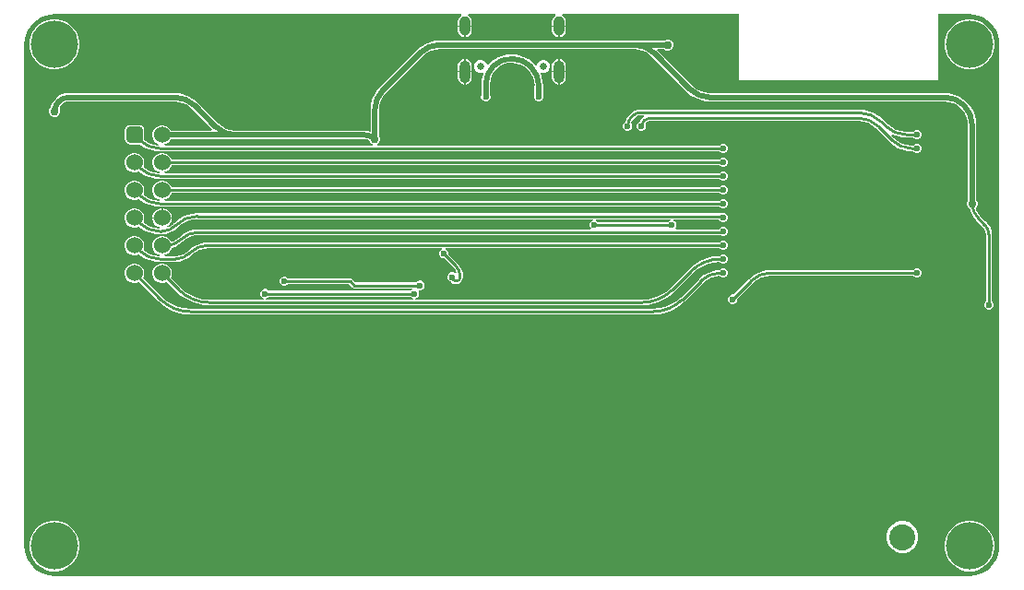
<source format=gbl>
G04*
G04 #@! TF.GenerationSoftware,Altium Limited,Altium Designer,23.9.2 (47)*
G04*
G04 Layer_Physical_Order=2*
G04 Layer_Color=16711680*
%FSLAX44Y44*%
%MOMM*%
G71*
G04*
G04 #@! TF.SameCoordinates,62824387-D865-4AF8-97CC-6DA101F7C082*
G04*
G04*
G04 #@! TF.FilePolarity,Positive*
G04*
G01*
G75*
%ADD14C,0.2540*%
%ADD63C,0.5080*%
G04:AMPARAMS|DCode=70|XSize=1.524mm|YSize=1.524mm|CornerRadius=0.381mm|HoleSize=0mm|Usage=FLASHONLY|Rotation=270.000|XOffset=0mm|YOffset=0mm|HoleType=Round|Shape=RoundedRectangle|*
%AMROUNDEDRECTD70*
21,1,1.5240,0.7620,0,0,270.0*
21,1,0.7620,1.5240,0,0,270.0*
1,1,0.7620,-0.3810,-0.3810*
1,1,0.7620,-0.3810,0.3810*
1,1,0.7620,0.3810,0.3810*
1,1,0.7620,0.3810,-0.3810*
%
%ADD70ROUNDEDRECTD70*%
%ADD71C,1.5240*%
%ADD72C,0.6500*%
%ADD73O,1.0000X1.8000*%
%ADD74O,1.0000X2.1000*%
%ADD75C,2.3900*%
%ADD76C,0.6000*%
%ADD77C,0.7112*%
%ADD78C,0.7620*%
%ADD79C,4.3500*%
G36*
X-25711Y518124D02*
X-21528Y517120D01*
X-17553Y515473D01*
X-13884Y513225D01*
X-10613Y510431D01*
X-7819Y507160D01*
X-5571Y503491D01*
X-3924Y499516D01*
X-2920Y495333D01*
X-2585Y491070D01*
X-2590Y491044D01*
Y30000D01*
X-2585Y29974D01*
X-2920Y25711D01*
X-3924Y21528D01*
X-5571Y17553D01*
X-7819Y13884D01*
X-10613Y10613D01*
X-13884Y7819D01*
X-17553Y5571D01*
X-21528Y3924D01*
X-25711Y2920D01*
X-29974Y2585D01*
X-30000Y2590D01*
X-870000D01*
X-870026Y2585D01*
X-874289Y2920D01*
X-878473Y3924D01*
X-882447Y5571D01*
X-886116Y7819D01*
X-889387Y10613D01*
X-892181Y13884D01*
X-894429Y17553D01*
X-896076Y21528D01*
X-897080Y25711D01*
X-897415Y29974D01*
X-897410Y30000D01*
Y491044D01*
X-897415Y491070D01*
X-897080Y495333D01*
X-896076Y499516D01*
X-894429Y503491D01*
X-892181Y507160D01*
X-889387Y510431D01*
X-886116Y513225D01*
X-882447Y515473D01*
X-878473Y517120D01*
X-874289Y518124D01*
X-870026Y518460D01*
X-870000Y518454D01*
X-496471D01*
X-496086Y517184D01*
X-497720Y516092D01*
X-499106Y514018D01*
X-499592Y511572D01*
Y508207D01*
X-493200D01*
X-486807D01*
Y511572D01*
X-487293Y514018D01*
X-488679Y516092D01*
X-490313Y517184D01*
X-489928Y518454D01*
X-410071D01*
X-409686Y517184D01*
X-411319Y516093D01*
X-412705Y514019D01*
X-413192Y511572D01*
Y508207D01*
X-406799D01*
X-400406D01*
Y511572D01*
X-400893Y514019D01*
X-402278Y516093D01*
X-403912Y517184D01*
X-403527Y518454D01*
X-241375D01*
Y459024D01*
X-240972Y458052D01*
X-240000Y457649D01*
X-60000D01*
X-59028Y458052D01*
X-58625Y459024D01*
Y518454D01*
X-30000D01*
X-29974Y518460D01*
X-25711Y518124D01*
D02*
G37*
%LPC*%
G36*
X-407434Y506937D02*
X-413192D01*
Y503572D01*
X-412705Y501126D01*
X-411319Y499052D01*
X-409245Y497666D01*
X-407434Y497306D01*
Y506937D01*
D02*
G37*
G36*
X-400406D02*
X-406164D01*
Y497306D01*
X-404352Y497666D01*
X-402278Y499052D01*
X-400893Y501126D01*
X-400406Y503572D01*
Y506937D01*
D02*
G37*
G36*
X-493834Y506937D02*
X-499592D01*
Y503572D01*
X-499106Y501125D01*
X-497720Y499051D01*
X-495646Y497666D01*
X-493834Y497305D01*
Y506937D01*
D02*
G37*
G36*
X-486807D02*
X-492565D01*
Y497305D01*
X-490753Y497666D01*
X-488679Y499051D01*
X-487293Y501125D01*
X-486807Y503572D01*
Y506937D01*
D02*
G37*
G36*
X-305900Y495426D02*
X-307920D01*
X-309788Y494653D01*
X-310082Y494359D01*
X-337552D01*
X-337751Y494374D01*
Y494359D01*
X-516099D01*
Y494374D01*
X-520683Y494014D01*
X-525153Y492940D01*
X-529401Y491181D01*
X-533321Y488778D01*
X-536817Y485792D01*
X-536806Y485781D01*
X-536806Y485781D01*
X-571021Y451567D01*
X-571032Y451578D01*
X-574018Y448082D01*
X-576420Y444162D01*
X-578179Y439914D01*
X-579253Y435443D01*
X-579613Y430860D01*
X-579598D01*
Y411621D01*
X-580618Y410864D01*
X-581826Y411231D01*
X-585204Y411563D01*
Y411555D01*
X-704328D01*
X-708012Y411917D01*
X-712058Y413145D01*
X-715787Y415138D01*
X-718921Y417710D01*
X-719019Y417856D01*
X-738684Y437521D01*
X-738673Y437532D01*
X-742169Y440518D01*
X-746089Y442921D01*
X-750337Y444680D01*
X-754808Y445754D01*
X-759391Y446114D01*
Y446099D01*
X-856820D01*
Y446104D01*
X-860057Y445785D01*
X-863169Y444841D01*
X-866037Y443308D01*
X-868551Y441245D01*
X-870614Y438731D01*
X-872147Y435863D01*
X-872927Y433291D01*
X-873827Y432392D01*
X-874600Y430524D01*
Y428503D01*
X-873827Y426636D01*
X-872398Y425207D01*
X-870530Y424434D01*
X-868510D01*
X-866642Y425207D01*
X-865213Y426636D01*
X-864440Y428503D01*
Y430524D01*
X-865163Y432271D01*
X-864474Y433933D01*
X-863070Y435764D01*
X-861239Y437169D01*
X-859108Y438051D01*
X-856890Y438343D01*
X-856820Y438329D01*
X-759391D01*
X-759218Y438364D01*
X-755184Y437966D01*
X-751138Y436739D01*
X-747409Y434746D01*
X-744276Y432174D01*
X-744177Y432028D01*
X-724974Y412825D01*
X-725500Y411555D01*
X-762961D01*
X-763869Y413129D01*
X-765525Y414784D01*
X-767552Y415954D01*
X-769813Y416560D01*
X-772153D01*
X-774415Y415954D01*
X-776442Y414784D01*
X-778097Y413129D01*
X-779267Y411101D01*
X-779873Y408840D01*
Y406500D01*
X-779267Y404239D01*
X-778097Y402211D01*
X-776442Y400556D01*
X-774751Y399580D01*
X-774297Y398187D01*
X-774555Y397901D01*
X-774681Y397906D01*
X-777872Y398220D01*
X-782158Y399520D01*
X-786107Y401631D01*
X-787594Y402851D01*
X-787394Y403860D01*
Y411480D01*
X-787788Y413462D01*
X-788911Y415142D01*
X-790591Y416265D01*
X-792573Y416660D01*
X-800193D01*
X-802175Y416265D01*
X-803856Y415142D01*
X-804978Y413462D01*
X-805373Y411480D01*
Y403860D01*
X-804978Y401878D01*
X-803856Y400197D01*
X-802175Y399075D01*
X-800193Y398680D01*
X-792573D01*
X-791090Y398975D01*
X-789890Y397950D01*
X-786140Y395652D01*
X-782077Y393969D01*
X-777800Y392943D01*
X-774636Y392694D01*
X-773438Y392599D01*
X-773410Y392579D01*
X-773410Y392579D01*
X-773393Y392582D01*
X-773342Y392634D01*
X-259559D01*
X-258529Y391604D01*
X-256959Y390954D01*
X-255261D01*
X-253691Y391604D01*
X-252490Y392805D01*
X-251840Y394375D01*
Y396073D01*
X-252490Y397643D01*
X-253691Y398844D01*
X-255261Y399494D01*
X-256959D01*
X-258529Y398844D01*
X-259559Y397814D01*
X-573423D01*
X-573676Y399084D01*
X-572836Y399432D01*
X-571407Y400861D01*
X-570633Y402728D01*
Y404749D01*
X-571407Y406616D01*
X-571828Y407038D01*
Y430860D01*
X-571863Y431033D01*
X-571466Y435067D01*
X-570238Y439113D01*
X-568245Y442842D01*
X-565674Y445975D01*
X-565527Y446073D01*
X-531313Y480288D01*
X-531214Y480434D01*
X-528081Y483006D01*
X-524352Y484999D01*
X-520307Y486227D01*
X-516272Y486624D01*
X-516099Y486589D01*
X-337228D01*
X-333544Y486227D01*
X-329498Y484999D01*
X-325769Y483006D01*
X-322635Y480434D01*
X-322537Y480288D01*
X-289156Y446907D01*
X-289167Y446896D01*
X-285671Y443910D01*
X-281751Y441507D01*
X-277503Y439748D01*
X-273033Y438674D01*
X-268449Y438314D01*
Y438329D01*
X-52910D01*
X-52737Y438364D01*
X-48703Y437966D01*
X-44657Y436739D01*
X-40928Y434746D01*
X-37660Y432064D01*
X-34978Y428796D01*
X-32985Y425067D01*
X-31758Y421021D01*
X-31360Y416987D01*
X-31395Y416814D01*
Y347724D01*
X-31817Y347302D01*
X-32590Y345434D01*
Y343414D01*
X-31817Y341546D01*
X-30388Y340117D01*
X-29585Y339785D01*
X-28550Y336373D01*
X-26606Y332736D01*
X-23990Y329548D01*
X-23953Y329585D01*
X-17909Y323541D01*
X-17879Y323521D01*
X-16245Y321391D01*
X-15203Y318875D01*
X-14852Y316212D01*
X-14860Y316176D01*
Y255163D01*
X-15890Y254133D01*
X-16540Y252563D01*
Y250865D01*
X-15890Y249295D01*
X-14689Y248094D01*
X-13119Y247444D01*
X-11421D01*
X-9851Y248094D01*
X-8650Y249295D01*
X-8000Y250865D01*
Y252563D01*
X-8650Y254133D01*
X-9680Y255163D01*
Y316176D01*
X-9655D01*
X-9955Y319224D01*
X-10844Y322155D01*
X-12288Y324856D01*
X-13446Y326268D01*
X-14228Y327220D01*
X-14231Y327223D01*
X-14249Y327205D01*
X-15144Y328101D01*
X-20291Y333247D01*
X-20290Y333248D01*
X-22255Y335643D01*
X-23716Y338376D01*
X-24335Y340415D01*
X-23203Y341546D01*
X-22430Y343414D01*
Y345434D01*
X-23203Y347302D01*
X-23625Y347724D01*
Y416814D01*
X-23610D01*
X-23970Y421398D01*
X-25044Y425868D01*
X-26803Y430116D01*
X-29206Y434036D01*
X-32192Y437532D01*
X-35688Y440518D01*
X-39608Y442921D01*
X-43856Y444680D01*
X-48326Y445754D01*
X-52910Y446114D01*
Y446099D01*
X-268449D01*
X-268622Y446064D01*
X-272656Y446461D01*
X-276702Y447689D01*
X-280431Y449682D01*
X-283564Y452253D01*
X-283663Y452400D01*
X-316582Y485319D01*
X-316056Y486589D01*
X-310337D01*
X-309788Y486040D01*
X-307920Y485266D01*
X-305900D01*
X-304032Y486040D01*
X-302603Y487469D01*
X-301830Y489336D01*
Y491357D01*
X-302603Y493224D01*
X-304032Y494653D01*
X-305900Y495426D01*
D02*
G37*
G36*
X-450420Y481674D02*
Y481669D01*
X-454718Y481330D01*
X-458910Y480324D01*
X-462893Y478674D01*
X-466569Y476422D01*
X-469847Y473622D01*
X-471840Y471288D01*
X-473110Y471757D01*
Y471924D01*
X-473992Y474053D01*
X-475620Y475681D01*
X-477749Y476563D01*
X-480052D01*
X-482180Y475681D01*
X-483809Y474053D01*
X-484690Y471924D01*
Y469621D01*
X-483809Y467493D01*
X-482180Y465864D01*
X-480052Y464983D01*
X-477749D01*
X-476811Y465371D01*
X-475839Y464399D01*
X-476550Y462684D01*
X-477556Y458492D01*
X-477894Y454194D01*
X-477884D01*
Y444269D01*
X-478270Y443339D01*
Y441640D01*
X-477620Y440070D01*
X-476418Y438869D01*
X-474849Y438219D01*
X-473150D01*
X-471581Y438869D01*
X-470380Y440070D01*
X-469730Y441640D01*
Y443339D01*
X-470115Y444269D01*
Y454194D01*
X-470144Y454338D01*
X-469778Y458045D01*
X-468655Y461748D01*
X-466831Y465160D01*
X-464377Y468151D01*
X-461386Y470606D01*
X-457973Y472430D01*
X-454271Y473553D01*
X-450564Y473918D01*
X-450420Y473889D01*
X-450251Y473923D01*
X-446263Y473530D01*
X-442266Y472318D01*
X-438583Y470349D01*
X-435354Y467699D01*
X-432704Y464470D01*
X-430735Y460787D01*
X-429523Y456790D01*
X-429130Y452802D01*
X-429164Y452633D01*
Y444269D01*
X-429549Y443339D01*
Y441640D01*
X-428899Y440071D01*
X-427698Y438869D01*
X-426128Y438219D01*
X-424430D01*
X-422860Y438869D01*
X-421659Y440071D01*
X-421009Y441640D01*
Y443339D01*
X-421394Y444269D01*
Y452633D01*
X-421379D01*
X-421737Y457176D01*
X-422801Y461607D01*
X-423910Y464285D01*
X-422938Y465257D01*
X-422252Y464973D01*
X-419948D01*
X-417820Y465854D01*
X-416191Y467483D01*
X-415310Y469611D01*
Y471914D01*
X-416191Y474042D01*
X-417820Y475671D01*
X-419948Y476553D01*
X-422252D01*
X-424380Y475671D01*
X-426008Y474042D01*
X-426890Y471914D01*
Y471616D01*
X-428160Y471148D01*
X-429885Y473168D01*
X-433350Y476127D01*
X-437236Y478508D01*
X-441446Y480252D01*
X-445877Y481316D01*
X-450420Y481674D01*
D02*
G37*
G36*
X-27733Y514064D02*
X-32267D01*
X-36715Y513179D01*
X-40904Y511444D01*
X-44674Y508925D01*
X-47881Y505718D01*
X-50400Y501948D01*
X-52135Y497759D01*
X-53020Y493311D01*
Y488777D01*
X-52135Y484329D01*
X-50400Y480140D01*
X-47881Y476370D01*
X-44674Y473163D01*
X-40904Y470644D01*
X-36715Y468909D01*
X-32267Y468024D01*
X-27733D01*
X-23285Y468909D01*
X-19096Y470644D01*
X-15326Y473163D01*
X-12119Y476370D01*
X-9600Y480140D01*
X-7865Y484329D01*
X-6980Y488777D01*
Y493311D01*
X-7865Y497759D01*
X-9600Y501948D01*
X-12119Y505718D01*
X-15326Y508925D01*
X-19096Y511444D01*
X-23285Y513179D01*
X-27733Y514064D01*
D02*
G37*
G36*
X-867733D02*
X-872267D01*
X-876715Y513179D01*
X-880904Y511444D01*
X-884674Y508925D01*
X-887881Y505718D01*
X-890400Y501948D01*
X-892135Y497759D01*
X-893020Y493311D01*
Y488777D01*
X-892135Y484329D01*
X-890400Y480140D01*
X-887881Y476370D01*
X-884674Y473163D01*
X-880904Y470644D01*
X-876715Y468909D01*
X-872267Y468024D01*
X-867733D01*
X-863285Y468909D01*
X-859096Y470644D01*
X-855326Y473163D01*
X-852119Y476370D01*
X-849600Y480140D01*
X-847865Y484329D01*
X-846980Y488777D01*
Y493311D01*
X-847865Y497759D01*
X-849600Y501948D01*
X-852119Y505718D01*
X-855326Y508925D01*
X-859096Y511444D01*
X-863285Y513179D01*
X-867733Y514064D01*
D02*
G37*
G36*
X-406165Y477540D02*
Y466409D01*
X-400407D01*
Y471274D01*
X-400894Y473720D01*
X-402280Y475794D01*
X-404354Y477180D01*
X-406165Y477540D01*
D02*
G37*
G36*
X-407435Y477540D02*
X-409247Y477180D01*
X-411321Y475794D01*
X-412706Y473720D01*
X-413193Y471274D01*
Y466409D01*
X-407435D01*
Y477540D01*
D02*
G37*
G36*
X-492566Y477540D02*
Y466408D01*
X-486808D01*
Y471273D01*
X-487295Y473720D01*
X-488681Y475794D01*
X-490755Y477179D01*
X-492566Y477540D01*
D02*
G37*
G36*
X-493836Y477540D02*
X-495647Y477179D01*
X-497721Y475794D01*
X-499107Y473720D01*
X-499594Y471273D01*
Y466408D01*
X-493836D01*
Y477540D01*
D02*
G37*
G36*
X-400407Y465139D02*
X-406165D01*
Y454007D01*
X-404354Y454368D01*
X-402280Y455753D01*
X-400894Y457827D01*
X-400407Y460274D01*
Y465139D01*
D02*
G37*
G36*
X-407435D02*
X-413193D01*
Y460274D01*
X-412706Y457827D01*
X-411321Y455753D01*
X-409247Y454368D01*
X-407435Y454007D01*
Y465139D01*
D02*
G37*
G36*
X-486808Y465138D02*
X-492566D01*
Y454007D01*
X-490755Y454367D01*
X-488681Y455753D01*
X-487295Y457827D01*
X-486808Y460273D01*
Y465138D01*
D02*
G37*
G36*
X-493836D02*
X-499594D01*
Y460273D01*
X-499107Y457827D01*
X-497721Y455753D01*
X-495647Y454367D01*
X-493836Y454007D01*
Y465138D01*
D02*
G37*
G36*
X-132011Y430886D02*
Y430834D01*
X-331040D01*
Y430858D01*
X-334028Y430564D01*
X-336900Y429692D01*
X-339548Y428277D01*
X-341869Y426372D01*
X-343773Y424052D01*
X-345188Y421404D01*
X-345826Y419302D01*
X-346159Y419164D01*
X-347360Y417963D01*
X-348010Y416393D01*
Y414695D01*
X-347360Y413125D01*
X-346159Y411924D01*
X-344589Y411274D01*
X-342891D01*
X-341321Y411924D01*
X-340120Y413125D01*
X-339470Y414695D01*
Y416393D01*
X-340120Y417963D01*
X-340670Y418513D01*
X-339804Y420604D01*
X-338196Y422700D01*
X-336100Y424308D01*
X-333659Y425319D01*
X-331068Y425660D01*
X-331040Y425654D01*
X-328917D01*
X-328577Y424510D01*
X-328589Y424384D01*
X-330666Y422790D01*
X-332295Y420668D01*
X-332806Y419434D01*
X-333459Y419164D01*
X-334660Y417963D01*
X-335310Y416393D01*
Y414695D01*
X-334660Y413125D01*
X-333459Y411924D01*
X-331889Y411274D01*
X-330191D01*
X-328621Y411924D01*
X-327420Y413125D01*
X-326770Y414695D01*
Y416393D01*
X-327420Y417963D01*
X-327504Y418046D01*
X-326936Y419152D01*
X-325353Y420210D01*
X-323470Y420584D01*
X-323420Y420574D01*
X-132011D01*
X-131901Y420596D01*
X-127555Y420168D01*
X-123269Y418868D01*
X-119320Y416757D01*
X-115944Y413987D01*
X-115882Y413893D01*
X-102821Y400832D01*
X-102847Y400806D01*
X-99502Y397950D01*
X-95753Y395652D01*
X-91690Y393969D01*
X-87413Y392943D01*
X-83029Y392598D01*
Y392634D01*
X-81759D01*
X-80729Y391604D01*
X-79159Y390954D01*
X-77461D01*
X-75891Y391604D01*
X-74690Y392805D01*
X-74040Y394375D01*
Y396073D01*
X-74690Y397643D01*
X-75891Y398844D01*
X-77461Y399494D01*
X-79159D01*
X-80729Y398844D01*
X-81759Y397814D01*
X-83029D01*
X-83139Y397792D01*
X-87485Y398220D01*
X-91771Y399520D01*
X-95720Y401631D01*
X-99096Y404401D01*
X-99158Y404495D01*
X-101934Y407271D01*
X-101269Y408352D01*
X-97205Y406669D01*
X-92929Y405643D01*
X-88545Y405298D01*
Y405334D01*
X-81759D01*
X-80729Y404304D01*
X-79159Y403654D01*
X-77461D01*
X-75891Y404304D01*
X-74690Y405505D01*
X-74040Y407075D01*
Y408773D01*
X-74690Y410343D01*
X-75891Y411544D01*
X-77461Y412194D01*
X-79159D01*
X-80729Y411544D01*
X-81759Y410514D01*
X-88545D01*
X-88655Y410492D01*
X-93001Y410920D01*
X-97286Y412220D01*
X-101236Y414331D01*
X-104612Y417101D01*
X-104674Y417195D01*
X-108627Y421148D01*
X-108590Y421185D01*
X-112542Y424560D01*
X-116974Y427276D01*
X-121776Y429265D01*
X-126830Y430478D01*
X-132011Y430886D01*
D02*
G37*
G36*
X-769813Y391160D02*
X-772153D01*
X-774415Y390554D01*
X-776442Y389384D01*
X-778097Y387729D01*
X-779267Y385701D01*
X-779873Y383440D01*
Y381100D01*
X-779267Y378839D01*
X-778097Y376811D01*
X-776442Y375156D01*
X-774415Y373986D01*
X-773287Y373684D01*
X-773416Y372414D01*
X-773526Y372392D01*
X-777872Y372820D01*
X-782158Y374120D01*
X-786107Y376231D01*
X-788480Y378178D01*
X-788099Y378839D01*
X-787493Y381100D01*
Y383440D01*
X-788099Y385701D01*
X-789269Y387729D01*
X-790925Y389384D01*
X-792952Y390554D01*
X-795213Y391160D01*
X-797553D01*
X-799815Y390554D01*
X-801842Y389384D01*
X-803497Y387729D01*
X-804667Y385701D01*
X-805273Y383440D01*
Y381100D01*
X-804667Y378839D01*
X-803497Y376811D01*
X-801842Y375156D01*
X-799815Y373986D01*
X-797553Y373380D01*
X-795213D01*
X-792952Y373986D01*
X-792128Y374462D01*
X-789890Y372550D01*
X-786140Y370252D01*
X-782077Y368569D01*
X-777800Y367543D01*
X-773416Y367198D01*
Y367234D01*
X-259559D01*
X-258529Y366204D01*
X-256959Y365554D01*
X-255261D01*
X-253691Y366204D01*
X-252490Y367405D01*
X-251840Y368975D01*
Y370673D01*
X-252490Y372243D01*
X-253691Y373444D01*
X-255261Y374094D01*
X-256959D01*
X-258529Y373444D01*
X-259559Y372414D01*
X-768512D01*
X-768679Y373684D01*
X-767552Y373986D01*
X-765525Y375156D01*
X-763869Y376811D01*
X-762699Y378839D01*
X-762473Y379680D01*
X-259305D01*
X-258529Y378904D01*
X-256959Y378254D01*
X-255261D01*
X-253691Y378904D01*
X-252490Y380105D01*
X-251840Y381675D01*
Y383373D01*
X-252490Y384943D01*
X-253691Y386144D01*
X-255261Y386794D01*
X-256959D01*
X-258529Y386144D01*
X-259730Y384943D01*
X-259764Y384860D01*
X-762473D01*
X-762699Y385701D01*
X-763869Y387729D01*
X-765525Y389384D01*
X-767552Y390554D01*
X-769813Y391160D01*
D02*
G37*
G36*
Y365760D02*
X-772153D01*
X-774415Y365154D01*
X-776442Y363984D01*
X-778097Y362328D01*
X-779267Y360301D01*
X-779873Y358040D01*
Y355700D01*
X-779267Y353438D01*
X-778097Y351411D01*
X-776442Y349756D01*
X-774415Y348586D01*
X-773287Y348284D01*
X-773416Y347014D01*
X-773526Y346992D01*
X-777873Y347420D01*
X-782158Y348720D01*
X-786107Y350831D01*
X-788480Y352778D01*
X-788099Y353438D01*
X-787493Y355700D01*
Y358040D01*
X-788099Y360301D01*
X-789269Y362328D01*
X-790925Y363984D01*
X-792952Y365154D01*
X-795213Y365760D01*
X-797553D01*
X-799815Y365154D01*
X-801842Y363984D01*
X-803497Y362328D01*
X-804667Y360301D01*
X-805273Y358040D01*
Y355700D01*
X-804667Y353438D01*
X-803497Y351411D01*
X-801842Y349756D01*
X-799815Y348586D01*
X-797553Y347980D01*
X-795213D01*
X-792952Y348586D01*
X-792128Y349062D01*
X-789890Y347150D01*
X-786140Y344852D01*
X-782077Y343169D01*
X-777800Y342143D01*
X-773416Y341798D01*
Y341834D01*
X-259559D01*
X-258529Y340804D01*
X-256959Y340154D01*
X-255261D01*
X-253691Y340804D01*
X-252490Y342005D01*
X-251840Y343575D01*
Y345273D01*
X-252490Y346843D01*
X-253691Y348044D01*
X-255261Y348694D01*
X-256959D01*
X-258529Y348044D01*
X-259559Y347014D01*
X-768512D01*
X-768679Y348284D01*
X-767552Y348586D01*
X-765525Y349756D01*
X-763869Y351411D01*
X-762699Y353438D01*
X-762473Y354280D01*
X-259305D01*
X-258529Y353504D01*
X-256959Y352854D01*
X-255261D01*
X-253691Y353504D01*
X-252490Y354705D01*
X-251840Y356275D01*
Y357973D01*
X-252490Y359543D01*
X-253691Y360744D01*
X-255261Y361394D01*
X-256959D01*
X-258529Y360744D01*
X-259730Y359543D01*
X-259764Y359460D01*
X-762473D01*
X-762699Y360301D01*
X-763869Y362328D01*
X-765525Y363984D01*
X-767552Y365154D01*
X-769813Y365760D01*
D02*
G37*
G36*
Y340360D02*
X-770348D01*
Y332105D01*
X-762093D01*
Y332640D01*
X-762699Y334901D01*
X-763869Y336928D01*
X-765525Y338584D01*
X-767552Y339754D01*
X-769813Y340360D01*
D02*
G37*
G36*
X-771618D02*
X-772153D01*
X-774415Y339754D01*
X-776442Y338584D01*
X-778097Y336928D01*
X-779267Y334901D01*
X-779873Y332640D01*
Y332105D01*
X-771618D01*
Y340360D01*
D02*
G37*
G36*
X-795213D02*
X-797553D01*
X-799815Y339754D01*
X-801842Y338584D01*
X-803497Y336928D01*
X-804667Y334901D01*
X-805273Y332640D01*
Y330300D01*
X-804667Y328038D01*
X-803497Y326011D01*
X-801842Y324356D01*
X-799815Y323186D01*
X-797553Y322580D01*
X-795213D01*
X-792952Y323186D01*
X-792128Y323662D01*
X-789890Y321750D01*
X-786140Y319452D01*
X-782077Y317769D01*
X-777800Y316743D01*
X-773416Y316398D01*
Y316434D01*
X-771294D01*
Y316388D01*
X-767396Y316772D01*
X-763648Y317909D01*
X-760194Y319755D01*
X-757166Y322240D01*
X-757166Y322240D01*
X-756336Y323185D01*
X-752701Y326168D01*
X-748309Y328516D01*
X-743544Y329961D01*
X-738740Y330434D01*
X-738589Y330404D01*
X-375786D01*
X-375533Y329134D01*
X-376668Y328664D01*
X-377869Y327463D01*
X-378519Y325894D01*
Y324195D01*
X-377869Y322625D01*
X-377338Y322094D01*
X-377864Y320824D01*
X-737461D01*
Y320899D01*
X-742530Y320400D01*
X-747404Y318921D01*
X-751897Y316520D01*
X-755835Y313288D01*
Y313289D01*
X-755839Y313190D01*
X-758150Y311294D01*
X-760850Y309851D01*
X-762453Y309365D01*
X-762699Y309501D01*
X-763869Y311528D01*
X-765525Y313184D01*
X-767552Y314354D01*
X-769813Y314960D01*
X-772153D01*
X-774415Y314354D01*
X-776442Y313184D01*
X-778097Y311528D01*
X-779267Y309501D01*
X-779873Y307240D01*
Y304900D01*
X-779267Y302638D01*
X-778097Y300611D01*
X-776442Y298956D01*
X-774415Y297786D01*
X-773287Y297484D01*
X-773416Y296214D01*
X-773526Y296192D01*
X-777872Y296620D01*
X-782158Y297920D01*
X-786107Y300031D01*
X-788480Y301978D01*
X-788099Y302638D01*
X-787493Y304900D01*
Y307240D01*
X-788099Y309501D01*
X-789269Y311528D01*
X-790925Y313184D01*
X-792952Y314354D01*
X-795213Y314960D01*
X-797553D01*
X-799815Y314354D01*
X-801842Y313184D01*
X-803497Y311528D01*
X-804667Y309501D01*
X-805273Y307240D01*
Y304900D01*
X-804667Y302638D01*
X-803497Y300611D01*
X-801842Y298956D01*
X-799815Y297786D01*
X-797553Y297180D01*
X-795213D01*
X-792952Y297786D01*
X-792128Y298262D01*
X-789890Y296350D01*
X-786140Y294052D01*
X-782077Y292369D01*
X-777800Y291343D01*
X-773416Y290998D01*
Y291034D01*
X-758594D01*
Y290988D01*
X-754696Y291372D01*
X-750948Y292509D01*
X-747494Y294355D01*
X-744466Y296840D01*
X-744466Y296840D01*
X-743560Y297718D01*
X-740880Y299917D01*
X-736931Y302028D01*
X-732645Y303328D01*
X-728299Y303756D01*
X-728189Y303734D01*
X-514232D01*
X-513980Y302464D01*
X-514863Y302099D01*
X-516064Y300897D01*
X-516714Y299328D01*
Y297629D01*
X-516064Y296060D01*
X-514863Y294859D01*
X-513293Y294209D01*
X-511836D01*
X-503718Y286090D01*
X-503637Y286036D01*
X-501673Y283477D01*
X-500707Y281146D01*
X-500883Y280802D01*
X-502435Y280558D01*
X-502611Y280734D01*
X-504181Y281384D01*
X-505879D01*
X-507449Y280734D01*
X-508650Y279533D01*
X-509300Y277963D01*
Y276265D01*
X-508650Y274695D01*
X-507449Y273494D01*
X-506052Y272915D01*
X-505798Y272536D01*
X-503698Y271132D01*
X-501220Y270640D01*
X-498742Y271132D01*
X-496642Y272536D01*
X-495238Y274636D01*
X-494746Y277114D01*
X-494784D01*
X-495128Y280608D01*
X-496147Y283968D01*
X-497802Y287065D01*
X-500030Y289779D01*
X-500055Y289753D01*
X-500056Y289753D01*
X-508174Y297871D01*
Y299328D01*
X-508824Y300897D01*
X-510025Y302099D01*
X-510908Y302464D01*
X-510655Y303734D01*
X-259559D01*
X-258529Y302704D01*
X-256959Y302054D01*
X-255261D01*
X-253691Y302704D01*
X-252490Y303905D01*
X-251840Y305475D01*
Y307173D01*
X-252490Y308743D01*
X-253691Y309944D01*
X-255261Y310594D01*
X-256959D01*
X-258529Y309944D01*
X-259559Y308914D01*
X-728189D01*
Y308950D01*
X-732573Y308605D01*
X-736850Y307579D01*
X-740913Y305896D01*
X-744662Y303598D01*
X-748007Y300742D01*
X-748007Y300742D01*
X-748923Y299889D01*
X-751192Y298148D01*
X-754763Y296669D01*
X-758445Y296184D01*
X-758594Y296214D01*
X-768512D01*
X-768679Y297484D01*
X-767552Y297786D01*
X-765525Y298956D01*
X-763869Y300611D01*
X-762699Y302638D01*
X-762346Y303956D01*
X-758848Y305017D01*
X-755243Y306944D01*
X-752083Y309537D01*
X-752083Y309537D01*
X-751164Y310385D01*
X-748990Y312170D01*
X-745402Y314087D01*
X-741509Y315268D01*
X-737537Y315660D01*
X-737461Y315644D01*
X-258769D01*
X-258529Y315404D01*
X-256959Y314754D01*
X-255261D01*
X-253691Y315404D01*
X-252490Y316605D01*
X-251840Y318175D01*
Y319873D01*
X-252490Y321443D01*
X-253691Y322644D01*
X-255261Y323294D01*
X-256959D01*
X-258529Y322644D01*
X-259730Y321443D01*
X-259986Y320824D01*
X-299515D01*
X-300041Y322094D01*
X-299510Y322625D01*
X-298859Y324195D01*
Y325894D01*
X-299510Y327463D01*
X-300711Y328664D01*
X-301846Y329134D01*
X-301593Y330404D01*
X-260185D01*
X-259730Y329305D01*
X-258529Y328104D01*
X-256959Y327454D01*
X-255261D01*
X-253691Y328104D01*
X-252490Y329305D01*
X-251840Y330875D01*
Y332573D01*
X-252490Y334143D01*
X-253691Y335344D01*
X-255261Y335994D01*
X-256959D01*
X-257950Y335584D01*
X-738589D01*
Y335628D01*
X-743372Y335252D01*
X-748038Y334132D01*
X-752472Y332295D01*
X-756563Y329788D01*
X-760003Y326850D01*
X-760212Y326671D01*
X-760861Y325935D01*
X-761805Y325149D01*
X-763892Y323548D01*
X-765636Y322826D01*
X-766198Y323967D01*
X-765525Y324356D01*
X-763869Y326011D01*
X-762699Y328038D01*
X-762093Y330300D01*
Y330835D01*
X-770983D01*
X-779873D01*
Y330300D01*
X-779267Y328038D01*
X-778097Y326011D01*
X-776442Y324356D01*
X-774415Y323186D01*
X-773287Y322884D01*
X-773416Y321614D01*
X-773526Y321592D01*
X-777872Y322020D01*
X-782158Y323320D01*
X-786107Y325431D01*
X-788480Y327378D01*
X-788099Y328038D01*
X-787493Y330300D01*
Y332640D01*
X-788099Y334901D01*
X-789269Y336928D01*
X-790925Y338584D01*
X-792952Y339754D01*
X-795213Y340360D01*
D02*
G37*
G36*
X-255261Y297894D02*
X-256959D01*
X-258529Y297244D01*
X-259557Y296216D01*
X-264994Y295788D01*
X-271214Y294294D01*
X-277124Y291847D01*
X-282578Y288504D01*
X-287442Y284350D01*
X-287388Y284296D01*
X-304350Y267335D01*
X-304429Y267217D01*
X-308808Y263476D01*
X-313838Y260394D01*
X-319287Y258137D01*
X-325023Y256760D01*
X-330755Y256309D01*
X-330891Y256336D01*
X-330904D01*
X-330904Y256336D01*
X-538466D01*
X-538471Y257604D01*
X-536901Y258254D01*
X-535700Y259455D01*
X-535050Y261025D01*
Y262723D01*
X-535605Y264063D01*
X-535328Y264686D01*
X-535312Y264711D01*
X-534835Y265224D01*
X-533391D01*
X-531821Y265874D01*
X-530620Y267075D01*
X-529970Y268645D01*
Y270343D01*
X-530620Y271913D01*
X-531821Y273114D01*
X-533391Y273764D01*
X-535089D01*
X-536659Y273114D01*
X-537689Y272084D01*
X-593492D01*
X-596544Y275135D01*
X-597384Y275697D01*
X-598375Y275894D01*
X-655251D01*
X-656281Y276924D01*
X-657851Y277574D01*
X-659549D01*
X-661119Y276924D01*
X-662320Y275723D01*
X-662970Y274153D01*
Y272455D01*
X-662320Y270885D01*
X-661119Y269684D01*
X-659549Y269034D01*
X-657851D01*
X-656281Y269684D01*
X-655251Y270714D01*
X-599448D01*
X-596396Y267663D01*
X-595556Y267101D01*
X-594565Y266904D01*
X-541653D01*
X-541400Y265634D01*
X-541739Y265494D01*
X-542769Y264464D01*
X-673031D01*
X-674061Y265494D01*
X-675631Y266144D01*
X-677329D01*
X-678899Y265494D01*
X-680100Y264293D01*
X-680750Y262723D01*
Y261025D01*
X-680100Y259455D01*
X-678899Y258254D01*
X-677329Y257604D01*
X-677334Y256336D01*
X-727431D01*
X-727571Y256308D01*
X-733312Y256760D01*
X-739048Y258137D01*
X-744498Y260394D01*
X-749527Y263476D01*
X-753906Y267217D01*
X-753985Y267335D01*
X-763135Y276484D01*
X-762699Y277239D01*
X-762093Y279500D01*
Y281840D01*
X-762699Y284101D01*
X-763869Y286129D01*
X-765525Y287784D01*
X-767552Y288954D01*
X-769813Y289560D01*
X-772153D01*
X-774415Y288954D01*
X-776442Y287784D01*
X-778097Y286129D01*
X-779267Y284101D01*
X-779873Y281840D01*
Y279500D01*
X-779267Y277239D01*
X-778097Y275211D01*
X-776442Y273556D01*
X-774415Y272386D01*
X-772153Y271780D01*
X-769813D01*
X-767552Y272386D01*
X-766797Y272822D01*
X-758546Y264570D01*
X-757678Y263643D01*
X-757677Y263643D01*
X-753471Y259953D01*
X-748819Y256845D01*
X-743801Y254370D01*
X-738502Y252572D01*
X-733015Y251480D01*
X-727431Y251114D01*
Y251156D01*
X-727431Y251156D01*
X-330904D01*
X-330904Y251156D01*
X-330891D01*
X-330890Y251155D01*
Y251115D01*
X-325321Y251480D01*
X-319833Y252572D01*
X-314535Y254370D01*
X-309517Y256845D01*
X-304864Y259953D01*
X-301602Y262815D01*
X-301602Y262815D01*
X-300658Y263643D01*
X-300687Y263672D01*
X-283726Y280634D01*
X-283660Y280732D01*
X-279508Y284279D01*
X-274753Y287193D01*
X-269600Y289327D01*
X-264177Y290629D01*
X-259520Y290996D01*
X-258529Y290004D01*
X-256959Y289354D01*
X-255261D01*
X-253691Y290004D01*
X-252490Y291205D01*
X-251840Y292775D01*
Y294473D01*
X-252490Y296043D01*
X-253691Y297244D01*
X-255261Y297894D01*
D02*
G37*
G36*
X-77461Y285194D02*
X-79159D01*
X-80729Y284544D01*
X-81759Y283514D01*
X-212569D01*
Y283550D01*
X-216953Y283205D01*
X-221230Y282179D01*
X-225293Y280496D01*
X-229042Y278198D01*
X-232387Y275342D01*
X-232361Y275316D01*
X-246612Y261064D01*
X-248069D01*
X-249639Y260414D01*
X-250840Y259213D01*
X-251490Y257643D01*
Y255945D01*
X-250840Y254375D01*
X-249639Y253174D01*
X-248069Y252524D01*
X-246371D01*
X-244801Y253174D01*
X-243600Y254375D01*
X-242950Y255945D01*
Y257402D01*
X-228698Y271653D01*
X-228636Y271747D01*
X-225260Y274517D01*
X-221311Y276628D01*
X-217025Y277928D01*
X-212679Y278356D01*
X-212569Y278334D01*
X-81759D01*
X-80729Y277304D01*
X-79159Y276654D01*
X-77461D01*
X-75891Y277304D01*
X-74690Y278505D01*
X-74040Y280075D01*
Y281773D01*
X-74690Y283343D01*
X-75891Y284544D01*
X-77461Y285194D01*
D02*
G37*
G36*
X-795213Y289560D02*
X-797553D01*
X-799815Y288954D01*
X-801842Y287784D01*
X-803497Y286129D01*
X-804667Y284101D01*
X-805273Y281840D01*
Y279500D01*
X-804667Y277239D01*
X-803497Y275211D01*
X-801842Y273556D01*
X-799815Y272386D01*
X-797553Y271780D01*
X-795213D01*
X-792952Y272386D01*
X-792197Y272822D01*
X-774068Y254692D01*
X-774121Y254638D01*
X-769257Y250484D01*
X-763803Y247141D01*
X-757893Y244694D01*
X-751673Y243200D01*
X-745296Y242698D01*
Y242774D01*
X-320479D01*
Y242698D01*
X-314102Y243200D01*
X-307882Y244694D01*
X-301972Y247141D01*
X-296518Y250484D01*
X-291653Y254638D01*
X-291707Y254692D01*
X-274746Y271653D01*
X-274683Y271747D01*
X-271307Y274517D01*
X-267358Y276628D01*
X-263073Y277928D01*
X-259504Y278280D01*
X-258529Y277304D01*
X-256959Y276654D01*
X-255261D01*
X-253691Y277304D01*
X-252490Y278505D01*
X-251840Y280075D01*
Y281773D01*
X-252490Y283343D01*
X-253691Y284544D01*
X-255261Y285194D01*
X-256959D01*
X-258529Y284544D01*
X-259600Y283473D01*
X-263001Y283205D01*
X-267277Y282179D01*
X-271340Y280496D01*
X-275090Y278198D01*
X-278434Y275342D01*
X-278408Y275316D01*
X-295369Y258354D01*
X-295436Y258256D01*
X-299588Y254709D01*
X-304343Y251795D01*
X-309496Y249661D01*
X-314919Y248359D01*
X-320363Y247931D01*
X-320479Y247954D01*
X-745296D01*
X-745412Y247931D01*
X-750856Y248359D01*
X-756279Y249661D01*
X-761432Y251795D01*
X-766187Y254709D01*
X-770339Y258256D01*
X-770405Y258354D01*
X-788535Y276484D01*
X-788099Y277239D01*
X-787493Y279500D01*
Y281840D01*
X-788099Y284101D01*
X-789269Y286129D01*
X-790925Y287784D01*
X-792952Y288954D01*
X-795213Y289560D01*
D02*
G37*
G36*
X-89686Y52904D02*
X-93514D01*
X-97212Y51913D01*
X-100528Y49999D01*
X-103235Y47292D01*
X-105149Y43976D01*
X-106140Y40278D01*
Y36450D01*
X-105149Y32752D01*
X-103235Y29436D01*
X-100528Y26729D01*
X-97212Y24815D01*
X-93514Y23824D01*
X-89686D01*
X-85988Y24815D01*
X-82672Y26729D01*
X-79965Y29436D01*
X-78051Y32752D01*
X-77060Y36450D01*
Y40278D01*
X-78051Y43976D01*
X-79965Y47292D01*
X-82672Y49999D01*
X-85988Y51913D01*
X-89686Y52904D01*
D02*
G37*
G36*
X-27733Y53020D02*
X-32267D01*
X-36715Y52135D01*
X-40904Y50400D01*
X-44674Y47881D01*
X-47881Y44674D01*
X-50400Y40904D01*
X-52135Y36715D01*
X-53020Y32267D01*
Y27733D01*
X-52135Y23285D01*
X-50400Y19096D01*
X-47881Y15326D01*
X-44674Y12119D01*
X-40904Y9600D01*
X-36715Y7865D01*
X-32267Y6980D01*
X-27733D01*
X-23285Y7865D01*
X-19096Y9600D01*
X-15326Y12119D01*
X-12119Y15326D01*
X-9600Y19096D01*
X-7865Y23285D01*
X-6980Y27733D01*
Y32267D01*
X-7865Y36715D01*
X-9600Y40904D01*
X-12119Y44674D01*
X-15326Y47881D01*
X-19096Y50400D01*
X-23285Y52135D01*
X-27733Y53020D01*
D02*
G37*
G36*
X-867733D02*
X-872267D01*
X-876715Y52135D01*
X-880904Y50400D01*
X-884674Y47881D01*
X-887881Y44674D01*
X-890400Y40904D01*
X-892135Y36715D01*
X-893020Y32267D01*
Y27733D01*
X-892135Y23285D01*
X-890400Y19096D01*
X-887881Y15326D01*
X-884674Y12119D01*
X-880904Y9600D01*
X-876715Y7865D01*
X-872267Y6980D01*
X-867733D01*
X-863285Y7865D01*
X-859096Y9600D01*
X-855326Y12119D01*
X-852119Y15326D01*
X-849600Y19096D01*
X-847865Y23285D01*
X-846980Y27733D01*
Y32267D01*
X-847865Y36715D01*
X-849600Y40904D01*
X-852119Y44674D01*
X-855326Y47881D01*
X-859096Y50400D01*
X-863285Y52135D01*
X-867733Y53020D01*
D02*
G37*
%LPD*%
G36*
X-582728Y403489D02*
X-580773Y402679D01*
X-580020Y400861D01*
X-578591Y399432D01*
X-577750Y399084D01*
X-578003Y397814D01*
X-768512D01*
X-768679Y399084D01*
X-767552Y399386D01*
X-765525Y400556D01*
X-763869Y402211D01*
X-762961Y403785D01*
X-704004D01*
X-703805Y403770D01*
Y403785D01*
X-585204D01*
X-585115Y403803D01*
X-582728Y403489D01*
D02*
G37*
G36*
X-304413Y329134D02*
X-305548Y328664D01*
X-306413Y327799D01*
X-370965D01*
X-371831Y328664D01*
X-372966Y329134D01*
X-372713Y330404D01*
X-304666D01*
X-304413Y329134D01*
D02*
G37*
G36*
X-541739Y258254D02*
X-540169Y257604D01*
X-540174Y256336D01*
X-675626D01*
X-675631Y257604D01*
X-674061Y258254D01*
X-673031Y259284D01*
X-542769D01*
X-541739Y258254D01*
D02*
G37*
D14*
X-16078Y325372D02*
G03*
X-16080Y325374I-9200J-9196D01*
G01*
X-12270Y316176D02*
G03*
X-16078Y325372I-13008J0D01*
G01*
X-27510Y344424D02*
G03*
X-22122Y331416I18396J0D01*
G01*
X-766827Y306070D02*
G03*
X-753950Y311404I0J18212D01*
G01*
X-737461Y318234D02*
G03*
X-753950Y311404I0J-23319D01*
G01*
X-256900Y318234D02*
G03*
X-256110Y319024I0J790D01*
G01*
Y331724D02*
G03*
X-257380Y332994I-1270J0D01*
G01*
X-738589D02*
G03*
X-759030Y324104I0J-27946D01*
G01*
X-256723Y382270D02*
G03*
X-256110Y382524I0J867D01*
G01*
X-212569Y280924D02*
G03*
X-230529Y273484I0J-25400D01*
G01*
X-497410Y277114D02*
G03*
X-501887Y287922I-15284J0D01*
G01*
X-501220Y273304D02*
G03*
X-497410Y277114I0J3810D01*
G01*
X-505030D02*
G03*
X-501220Y273304I3810J0D01*
G01*
X-755817Y265504D02*
G03*
X-727431Y253746I28385J28385D01*
G01*
X-330891D02*
G03*
X-302519Y265504I-13J40143D01*
G01*
X-258617Y293624D02*
G03*
X-285557Y282465I0J-38100D01*
G01*
X-772236Y256523D02*
G03*
X-745296Y245364I26941J26941D01*
G01*
X-258617Y280924D02*
G03*
X-276577Y273484I0J-25400D01*
G01*
X-320479Y245364D02*
G03*
X-293538Y256523I0J38100D01*
G01*
X-256723Y356870D02*
G03*
X-256110Y357124I0J867D01*
G01*
X-791377Y402663D02*
G03*
X-773436Y395224I17960J17960D01*
G01*
X-773421D02*
G03*
X-773412Y395224I-12J3048D01*
G01*
X-728189Y306324D02*
G03*
X-746150Y298885I0J-25400D01*
G01*
X-758594Y293624D02*
G03*
X-746330Y298704I0J17344D01*
G01*
X-791377Y301063D02*
G03*
X-773416Y293624I17960J17960D01*
G01*
X-771294Y319024D02*
G03*
X-759030Y324104I0J17344D01*
G01*
X-791377Y326463D02*
G03*
X-773416Y319024I17960J17960D01*
G01*
X-791377Y351863D02*
G03*
X-773416Y344424I17960J17961D01*
G01*
X-791377Y377263D02*
G03*
X-773416Y369824I17960J17960D01*
G01*
X-323420Y423164D02*
G03*
X-331040Y415544I0J-7620D01*
G01*
X-114051Y415724D02*
G03*
X-132011Y423164I-17960J-17960D01*
G01*
X-100990Y402663D02*
G03*
X-83029Y395224I17960J17960D01*
G01*
X-106505Y415364D02*
G03*
X-88545Y407924I17960J17960D01*
G01*
X-110458Y419317D02*
G03*
X-132011Y428244I-21553J-21553D01*
G01*
X-331040D02*
G03*
X-343740Y415544I0J-12700D01*
G01*
X-658700Y273304D02*
X-598375D01*
X-594565Y269494D01*
X-534240D01*
X-12270Y251714D02*
Y316176D01*
X-16080Y325374D02*
X-16078Y325372D01*
X-22122Y331416D02*
X-16080Y325374D01*
X-737461Y318234D02*
X-256900D01*
X-738589Y332994D02*
X-738589D01*
X-257380D01*
X-374085Y325209D02*
X-303294D01*
X-303129Y325044D01*
X-374249D02*
X-374085Y325209D01*
X-770983Y382270D02*
X-256723D01*
X-323420Y423164D02*
X-132011D01*
X-331040Y428244D02*
X-132011D01*
X-773412Y395224D02*
X-256110D01*
X-256723Y382270D02*
X-256110D01*
X-212569Y280924D02*
X-78310D01*
X-247220Y256794D02*
X-230529Y273484D01*
X-676480Y261874D02*
X-539320D01*
X-512444Y298479D02*
X-501887Y287922D01*
X-728189Y306324D02*
X-256110D01*
X-727431Y253746D02*
X-330904D01*
Y253746D02*
X-330891D01*
X-745296Y245364D02*
X-320479D01*
X-770983Y280670D02*
X-755817Y265504D01*
X-258617Y293624D02*
X-256110D01*
X-258617Y280924D02*
X-256110D01*
X-293538Y256523D02*
X-276577Y273484D01*
X-796383Y280670D02*
X-772236Y256523D01*
X-302519Y265504D02*
X-285557Y282465D01*
X-256723Y356870D02*
X-256110D01*
X-770983D02*
X-256723D01*
X-773436Y395224D02*
X-773421D01*
X-796383Y407670D02*
X-791377Y402663D01*
X-746330Y298704D02*
X-746150Y298885D01*
X-773416Y293624D02*
X-758594D01*
X-796383Y306070D02*
X-791377Y301063D01*
X-796383Y331470D02*
X-791377Y326463D01*
X-773416Y319024D02*
X-771294D01*
X-770983Y306070D02*
X-766827D01*
X-773416Y344424D02*
X-256110D01*
X-796383Y356870D02*
X-791377Y351864D01*
X-773416Y369824D02*
X-256110D01*
X-796383Y382270D02*
X-791377Y377263D01*
X-114051Y415724D02*
X-100990Y402663D01*
X-83029Y395224D02*
X-78310D01*
X-88545Y407924D02*
X-78310D01*
X-110458Y419317D02*
X-106505Y415364D01*
D63*
X-286409Y449654D02*
G03*
X-268449Y442214I17960J17960D01*
G01*
X-27510Y416814D02*
G03*
X-52910Y442214I-25400J0D01*
G01*
X-319790Y483035D02*
G03*
X-337751Y490474I-17960J-17960D01*
G01*
X-516099D02*
G03*
X-534059Y483035I0J-25400D01*
G01*
X-568274Y448820D02*
G03*
X-575713Y430860I17960J-17960D01*
G01*
Y403739D02*
G03*
X-577370Y405146I-9491J-9491D01*
G01*
D02*
G03*
X-585204Y407670I-7835J-10899D01*
G01*
X-425279Y452633D02*
G03*
X-450420Y477774I-25141J0D01*
G01*
D02*
G03*
X-474000Y454194I0J-23580D01*
G01*
X-856820Y442214D02*
G03*
X-869520Y429514I0J-12700D01*
G01*
X-741431Y434775D02*
G03*
X-759391Y442214I-17960J-17960D01*
G01*
X-721765Y415109D02*
G03*
X-703805Y407670I17960J17960D01*
G01*
X-268449Y442214D02*
X-52910D01*
X-27510Y344424D02*
Y416814D01*
X-319790Y483035D02*
X-286409Y449654D01*
X-337751Y490474D02*
X-307038D01*
X-516099D02*
X-337751D01*
X-307038D02*
X-306910Y490346D01*
X-568274Y448820D02*
X-534059Y483035D01*
X-575713Y403739D02*
Y430860D01*
X-856820Y442214D02*
X-759391D01*
X-741431Y434775D02*
X-721765Y415109D01*
X-770983Y407670D02*
X-703805D01*
X-585204D01*
X-474000Y442489D02*
Y454194D01*
X-425279Y442489D02*
Y452633D01*
D70*
X-796383Y407670D02*
D03*
D71*
Y382270D02*
D03*
Y356870D02*
D03*
Y331470D02*
D03*
Y306070D02*
D03*
Y280670D02*
D03*
X-770983D02*
D03*
Y306070D02*
D03*
Y331470D02*
D03*
Y356870D02*
D03*
Y382270D02*
D03*
Y407670D02*
D03*
D72*
X-478900Y470773D02*
D03*
X-421100Y470763D02*
D03*
D73*
X-493199Y507572D02*
D03*
X-406799Y507572D02*
D03*
D74*
X-493201Y465773D02*
D03*
X-406800Y465774D02*
D03*
D75*
X-91600Y38364D02*
D03*
D76*
X-512444Y298479D02*
D03*
X-577330Y277732D02*
D03*
Y287892D02*
D03*
X-567170D02*
D03*
Y277732D02*
D03*
X-534240Y269494D02*
D03*
X-12270Y251714D02*
D03*
X-303129Y325044D02*
D03*
X-374249D02*
D03*
X-256110Y395224D02*
D03*
Y382524D02*
D03*
X-78310Y280924D02*
D03*
X-247220Y256794D02*
D03*
X-539320Y261874D02*
D03*
X-676480D02*
D03*
X-658700Y273304D02*
D03*
X-539320Y292354D02*
D03*
X-505030Y277114D02*
D03*
X-256110Y293624D02*
D03*
Y280924D02*
D03*
Y357124D02*
D03*
Y331724D02*
D03*
Y369824D02*
D03*
Y344424D02*
D03*
Y306324D02*
D03*
Y319024D02*
D03*
X-331040Y415544D02*
D03*
X-425279Y442489D02*
D03*
X-474000Y442489D02*
D03*
X-78310Y395224D02*
D03*
Y407924D02*
D03*
X-343740Y415544D02*
D03*
D77*
X-284558Y295656D02*
D03*
X-387936Y264414D02*
D03*
X-445086Y280416D02*
D03*
X-452706Y503936D02*
D03*
X-42750Y387350D02*
D03*
X-539874Y455335D02*
D03*
X-557354Y495046D02*
D03*
X-21160Y452374D02*
D03*
X-89486Y424942D02*
D03*
X-70050Y185046D02*
D03*
Y58046D02*
D03*
X-101800Y375546D02*
D03*
X-133550Y58046D02*
D03*
X-165300Y248546D02*
D03*
X-197050Y58046D02*
D03*
X-260550D02*
D03*
X-324050Y439046D02*
D03*
Y58046D02*
D03*
X-387550Y439046D02*
D03*
Y58046D02*
D03*
X-451050D02*
D03*
X-514550Y185046D02*
D03*
Y58046D02*
D03*
X-578050Y185046D02*
D03*
Y58046D02*
D03*
X-641550Y439046D02*
D03*
Y185046D02*
D03*
Y58046D02*
D03*
X-705050Y439046D02*
D03*
Y185046D02*
D03*
Y58046D02*
D03*
X-768550Y185046D02*
D03*
Y58046D02*
D03*
X-800300Y248546D02*
D03*
X-832050Y185046D02*
D03*
X-800300Y121546D02*
D03*
X-832050Y58046D02*
D03*
D78*
X-27510Y344424D02*
D03*
X-306910Y490346D02*
D03*
X-869520Y429514D02*
D03*
X-575713Y403739D02*
D03*
D79*
X-870000Y30000D02*
D03*
X-30000D02*
D03*
Y491044D02*
D03*
X-870000D02*
D03*
M02*

</source>
